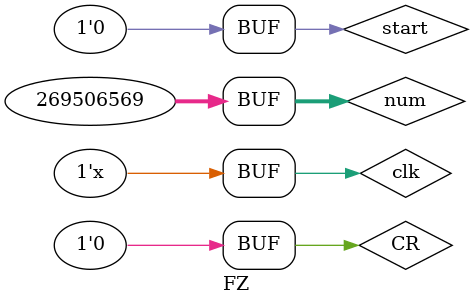
<source format=v>
`timescale 1ns / 1ps


module FZ;

	// Inputs
	reg clk;
	reg start;
	reg [31:0] num;
	reg CR;

	// Outputs
	wire SEGDT;
	wire SEGCLK;
	wire SEGCLR;
	wire [63:0] temp_cnum;

	// Instantiate the Unit Under Test (UUT)
	Top uut (
		.clk(clk), 
		.start(start), 
		.num(num), 
		.CR(CR), 
		.SEGDT(SEGDT), 
		.SEGCLK(SEGCLK), 
		.SEGCLR(SEGCLR), 
		.temp_cnum(temp_cnum)
	);

	initial begin
		clk = 0;
		start = 0;
		num = 0;
		CR = 0;
		
		#1000;
		num = 32'b0001_0000_0001_0000_0101_1000_0000_1001;//你的学号
		start = 1;
		
		#100;
		start = 0;
		end
      
		always begin
		#20; clk = ~clk;
		end
      
endmodule


</source>
